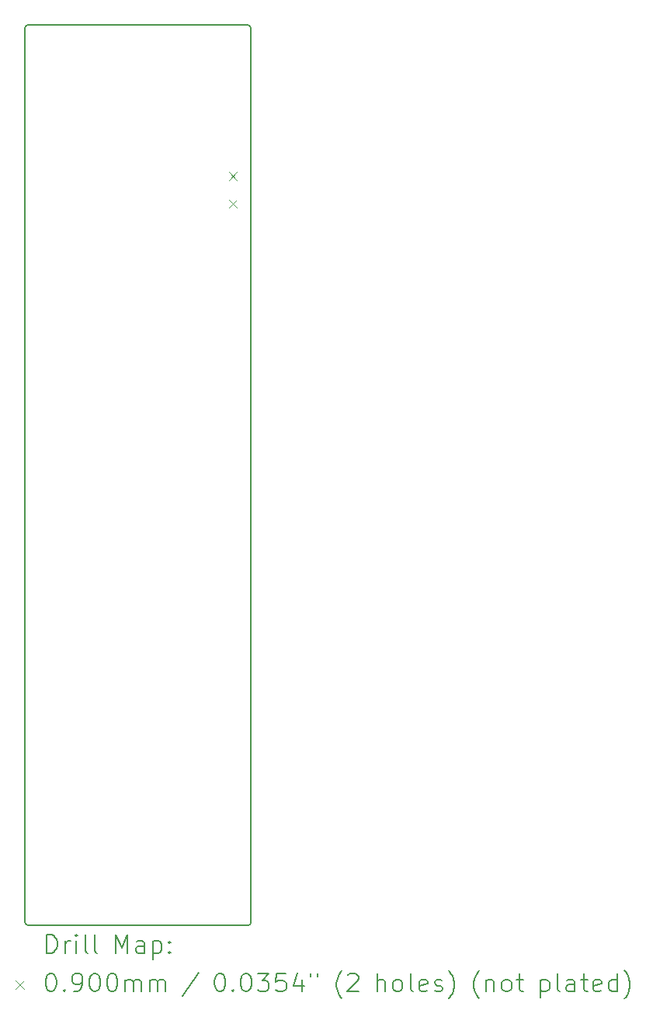
<source format=gbr>
%TF.GenerationSoftware,KiCad,Pcbnew,(7.0.0-0)*%
%TF.CreationDate,2023-07-17T23:39:10-05:00*%
%TF.ProjectId,speaker-SAO,73706561-6b65-4722-9d53-414f2e6b6963,rev?*%
%TF.SameCoordinates,Original*%
%TF.FileFunction,Drillmap*%
%TF.FilePolarity,Positive*%
%FSLAX45Y45*%
G04 Gerber Fmt 4.5, Leading zero omitted, Abs format (unit mm)*
G04 Created by KiCad (PCBNEW (7.0.0-0)) date 2023-07-17 23:39:10*
%MOMM*%
%LPD*%
G01*
G04 APERTURE LIST*
%ADD10C,0.150000*%
%ADD11C,0.200000*%
%ADD12C,0.090000*%
G04 APERTURE END LIST*
D10*
X4130000Y-15790000D02*
X6516716Y-15790000D01*
X6556716Y-6023953D02*
X6556716Y-15750000D01*
X4128284Y-5983284D02*
G75*
G03*
X4088284Y-6023284I-4J-39996D01*
G01*
X4090000Y-6023284D02*
X4090000Y-15750000D01*
X6516716Y-15789996D02*
G75*
G03*
X6556716Y-15750000I4J39996D01*
G01*
X6556716Y-6023953D02*
G75*
G03*
X6517372Y-5983284I-40006J663D01*
G01*
X4128284Y-5983284D02*
X6517372Y-5983284D01*
X4090000Y-15750000D02*
G75*
G03*
X4130000Y-15790000I40000J0D01*
G01*
D11*
D12*
X6315000Y-7585000D02*
X6405000Y-7675000D01*
X6405000Y-7585000D02*
X6315000Y-7675000D01*
X6315000Y-7885000D02*
X6405000Y-7975000D01*
X6405000Y-7885000D02*
X6315000Y-7975000D01*
D11*
X4328403Y-16090976D02*
X4328403Y-15890976D01*
X4328403Y-15890976D02*
X4376022Y-15890976D01*
X4376022Y-15890976D02*
X4404594Y-15900500D01*
X4404594Y-15900500D02*
X4423641Y-15919548D01*
X4423641Y-15919548D02*
X4433165Y-15938595D01*
X4433165Y-15938595D02*
X4442689Y-15976690D01*
X4442689Y-15976690D02*
X4442689Y-16005262D01*
X4442689Y-16005262D02*
X4433165Y-16043357D01*
X4433165Y-16043357D02*
X4423641Y-16062405D01*
X4423641Y-16062405D02*
X4404594Y-16081452D01*
X4404594Y-16081452D02*
X4376022Y-16090976D01*
X4376022Y-16090976D02*
X4328403Y-16090976D01*
X4528403Y-16090976D02*
X4528403Y-15957643D01*
X4528403Y-15995738D02*
X4537927Y-15976690D01*
X4537927Y-15976690D02*
X4547451Y-15967167D01*
X4547451Y-15967167D02*
X4566499Y-15957643D01*
X4566499Y-15957643D02*
X4585546Y-15957643D01*
X4652213Y-16090976D02*
X4652213Y-15957643D01*
X4652213Y-15890976D02*
X4642689Y-15900500D01*
X4642689Y-15900500D02*
X4652213Y-15910024D01*
X4652213Y-15910024D02*
X4661737Y-15900500D01*
X4661737Y-15900500D02*
X4652213Y-15890976D01*
X4652213Y-15890976D02*
X4652213Y-15910024D01*
X4776022Y-16090976D02*
X4756975Y-16081452D01*
X4756975Y-16081452D02*
X4747451Y-16062405D01*
X4747451Y-16062405D02*
X4747451Y-15890976D01*
X4880784Y-16090976D02*
X4861737Y-16081452D01*
X4861737Y-16081452D02*
X4852213Y-16062405D01*
X4852213Y-16062405D02*
X4852213Y-15890976D01*
X5076975Y-16090976D02*
X5076975Y-15890976D01*
X5076975Y-15890976D02*
X5143641Y-16033833D01*
X5143641Y-16033833D02*
X5210308Y-15890976D01*
X5210308Y-15890976D02*
X5210308Y-16090976D01*
X5391260Y-16090976D02*
X5391260Y-15986214D01*
X5391260Y-15986214D02*
X5381737Y-15967167D01*
X5381737Y-15967167D02*
X5362689Y-15957643D01*
X5362689Y-15957643D02*
X5324594Y-15957643D01*
X5324594Y-15957643D02*
X5305546Y-15967167D01*
X5391260Y-16081452D02*
X5372213Y-16090976D01*
X5372213Y-16090976D02*
X5324594Y-16090976D01*
X5324594Y-16090976D02*
X5305546Y-16081452D01*
X5305546Y-16081452D02*
X5296022Y-16062405D01*
X5296022Y-16062405D02*
X5296022Y-16043357D01*
X5296022Y-16043357D02*
X5305546Y-16024309D01*
X5305546Y-16024309D02*
X5324594Y-16014786D01*
X5324594Y-16014786D02*
X5372213Y-16014786D01*
X5372213Y-16014786D02*
X5391260Y-16005262D01*
X5486499Y-15957643D02*
X5486499Y-16157643D01*
X5486499Y-15967167D02*
X5505546Y-15957643D01*
X5505546Y-15957643D02*
X5543641Y-15957643D01*
X5543641Y-15957643D02*
X5562689Y-15967167D01*
X5562689Y-15967167D02*
X5572213Y-15976690D01*
X5572213Y-15976690D02*
X5581737Y-15995738D01*
X5581737Y-15995738D02*
X5581737Y-16052881D01*
X5581737Y-16052881D02*
X5572213Y-16071928D01*
X5572213Y-16071928D02*
X5562689Y-16081452D01*
X5562689Y-16081452D02*
X5543641Y-16090976D01*
X5543641Y-16090976D02*
X5505546Y-16090976D01*
X5505546Y-16090976D02*
X5486499Y-16081452D01*
X5667451Y-16071928D02*
X5676975Y-16081452D01*
X5676975Y-16081452D02*
X5667451Y-16090976D01*
X5667451Y-16090976D02*
X5657927Y-16081452D01*
X5657927Y-16081452D02*
X5667451Y-16071928D01*
X5667451Y-16071928D02*
X5667451Y-16090976D01*
X5667451Y-15967167D02*
X5676975Y-15976690D01*
X5676975Y-15976690D02*
X5667451Y-15986214D01*
X5667451Y-15986214D02*
X5657927Y-15976690D01*
X5657927Y-15976690D02*
X5667451Y-15967167D01*
X5667451Y-15967167D02*
X5667451Y-15986214D01*
D12*
X3990784Y-16392500D02*
X4080784Y-16482500D01*
X4080784Y-16392500D02*
X3990784Y-16482500D01*
D11*
X4366499Y-16310976D02*
X4385546Y-16310976D01*
X4385546Y-16310976D02*
X4404594Y-16320500D01*
X4404594Y-16320500D02*
X4414118Y-16330024D01*
X4414118Y-16330024D02*
X4423641Y-16349071D01*
X4423641Y-16349071D02*
X4433165Y-16387167D01*
X4433165Y-16387167D02*
X4433165Y-16434786D01*
X4433165Y-16434786D02*
X4423641Y-16472881D01*
X4423641Y-16472881D02*
X4414118Y-16491928D01*
X4414118Y-16491928D02*
X4404594Y-16501452D01*
X4404594Y-16501452D02*
X4385546Y-16510976D01*
X4385546Y-16510976D02*
X4366499Y-16510976D01*
X4366499Y-16510976D02*
X4347451Y-16501452D01*
X4347451Y-16501452D02*
X4337927Y-16491928D01*
X4337927Y-16491928D02*
X4328403Y-16472881D01*
X4328403Y-16472881D02*
X4318880Y-16434786D01*
X4318880Y-16434786D02*
X4318880Y-16387167D01*
X4318880Y-16387167D02*
X4328403Y-16349071D01*
X4328403Y-16349071D02*
X4337927Y-16330024D01*
X4337927Y-16330024D02*
X4347451Y-16320500D01*
X4347451Y-16320500D02*
X4366499Y-16310976D01*
X4518880Y-16491928D02*
X4528403Y-16501452D01*
X4528403Y-16501452D02*
X4518880Y-16510976D01*
X4518880Y-16510976D02*
X4509356Y-16501452D01*
X4509356Y-16501452D02*
X4518880Y-16491928D01*
X4518880Y-16491928D02*
X4518880Y-16510976D01*
X4623641Y-16510976D02*
X4661737Y-16510976D01*
X4661737Y-16510976D02*
X4680784Y-16501452D01*
X4680784Y-16501452D02*
X4690308Y-16491928D01*
X4690308Y-16491928D02*
X4709356Y-16463357D01*
X4709356Y-16463357D02*
X4718880Y-16425262D01*
X4718880Y-16425262D02*
X4718880Y-16349071D01*
X4718880Y-16349071D02*
X4709356Y-16330024D01*
X4709356Y-16330024D02*
X4699832Y-16320500D01*
X4699832Y-16320500D02*
X4680784Y-16310976D01*
X4680784Y-16310976D02*
X4642689Y-16310976D01*
X4642689Y-16310976D02*
X4623641Y-16320500D01*
X4623641Y-16320500D02*
X4614118Y-16330024D01*
X4614118Y-16330024D02*
X4604594Y-16349071D01*
X4604594Y-16349071D02*
X4604594Y-16396690D01*
X4604594Y-16396690D02*
X4614118Y-16415738D01*
X4614118Y-16415738D02*
X4623641Y-16425262D01*
X4623641Y-16425262D02*
X4642689Y-16434786D01*
X4642689Y-16434786D02*
X4680784Y-16434786D01*
X4680784Y-16434786D02*
X4699832Y-16425262D01*
X4699832Y-16425262D02*
X4709356Y-16415738D01*
X4709356Y-16415738D02*
X4718880Y-16396690D01*
X4842689Y-16310976D02*
X4861737Y-16310976D01*
X4861737Y-16310976D02*
X4880784Y-16320500D01*
X4880784Y-16320500D02*
X4890308Y-16330024D01*
X4890308Y-16330024D02*
X4899832Y-16349071D01*
X4899832Y-16349071D02*
X4909356Y-16387167D01*
X4909356Y-16387167D02*
X4909356Y-16434786D01*
X4909356Y-16434786D02*
X4899832Y-16472881D01*
X4899832Y-16472881D02*
X4890308Y-16491928D01*
X4890308Y-16491928D02*
X4880784Y-16501452D01*
X4880784Y-16501452D02*
X4861737Y-16510976D01*
X4861737Y-16510976D02*
X4842689Y-16510976D01*
X4842689Y-16510976D02*
X4823641Y-16501452D01*
X4823641Y-16501452D02*
X4814118Y-16491928D01*
X4814118Y-16491928D02*
X4804594Y-16472881D01*
X4804594Y-16472881D02*
X4795070Y-16434786D01*
X4795070Y-16434786D02*
X4795070Y-16387167D01*
X4795070Y-16387167D02*
X4804594Y-16349071D01*
X4804594Y-16349071D02*
X4814118Y-16330024D01*
X4814118Y-16330024D02*
X4823641Y-16320500D01*
X4823641Y-16320500D02*
X4842689Y-16310976D01*
X5033165Y-16310976D02*
X5052213Y-16310976D01*
X5052213Y-16310976D02*
X5071261Y-16320500D01*
X5071261Y-16320500D02*
X5080784Y-16330024D01*
X5080784Y-16330024D02*
X5090308Y-16349071D01*
X5090308Y-16349071D02*
X5099832Y-16387167D01*
X5099832Y-16387167D02*
X5099832Y-16434786D01*
X5099832Y-16434786D02*
X5090308Y-16472881D01*
X5090308Y-16472881D02*
X5080784Y-16491928D01*
X5080784Y-16491928D02*
X5071261Y-16501452D01*
X5071261Y-16501452D02*
X5052213Y-16510976D01*
X5052213Y-16510976D02*
X5033165Y-16510976D01*
X5033165Y-16510976D02*
X5014118Y-16501452D01*
X5014118Y-16501452D02*
X5004594Y-16491928D01*
X5004594Y-16491928D02*
X4995070Y-16472881D01*
X4995070Y-16472881D02*
X4985546Y-16434786D01*
X4985546Y-16434786D02*
X4985546Y-16387167D01*
X4985546Y-16387167D02*
X4995070Y-16349071D01*
X4995070Y-16349071D02*
X5004594Y-16330024D01*
X5004594Y-16330024D02*
X5014118Y-16320500D01*
X5014118Y-16320500D02*
X5033165Y-16310976D01*
X5185546Y-16510976D02*
X5185546Y-16377643D01*
X5185546Y-16396690D02*
X5195070Y-16387167D01*
X5195070Y-16387167D02*
X5214118Y-16377643D01*
X5214118Y-16377643D02*
X5242689Y-16377643D01*
X5242689Y-16377643D02*
X5261737Y-16387167D01*
X5261737Y-16387167D02*
X5271261Y-16406214D01*
X5271261Y-16406214D02*
X5271261Y-16510976D01*
X5271261Y-16406214D02*
X5280784Y-16387167D01*
X5280784Y-16387167D02*
X5299832Y-16377643D01*
X5299832Y-16377643D02*
X5328403Y-16377643D01*
X5328403Y-16377643D02*
X5347451Y-16387167D01*
X5347451Y-16387167D02*
X5356975Y-16406214D01*
X5356975Y-16406214D02*
X5356975Y-16510976D01*
X5452213Y-16510976D02*
X5452213Y-16377643D01*
X5452213Y-16396690D02*
X5461737Y-16387167D01*
X5461737Y-16387167D02*
X5480784Y-16377643D01*
X5480784Y-16377643D02*
X5509356Y-16377643D01*
X5509356Y-16377643D02*
X5528403Y-16387167D01*
X5528403Y-16387167D02*
X5537927Y-16406214D01*
X5537927Y-16406214D02*
X5537927Y-16510976D01*
X5537927Y-16406214D02*
X5547451Y-16387167D01*
X5547451Y-16387167D02*
X5566499Y-16377643D01*
X5566499Y-16377643D02*
X5595070Y-16377643D01*
X5595070Y-16377643D02*
X5614118Y-16387167D01*
X5614118Y-16387167D02*
X5623641Y-16406214D01*
X5623641Y-16406214D02*
X5623641Y-16510976D01*
X5981737Y-16301452D02*
X5810308Y-16558595D01*
X6206499Y-16310976D02*
X6225546Y-16310976D01*
X6225546Y-16310976D02*
X6244594Y-16320500D01*
X6244594Y-16320500D02*
X6254118Y-16330024D01*
X6254118Y-16330024D02*
X6263641Y-16349071D01*
X6263641Y-16349071D02*
X6273165Y-16387167D01*
X6273165Y-16387167D02*
X6273165Y-16434786D01*
X6273165Y-16434786D02*
X6263641Y-16472881D01*
X6263641Y-16472881D02*
X6254118Y-16491928D01*
X6254118Y-16491928D02*
X6244594Y-16501452D01*
X6244594Y-16501452D02*
X6225546Y-16510976D01*
X6225546Y-16510976D02*
X6206499Y-16510976D01*
X6206499Y-16510976D02*
X6187451Y-16501452D01*
X6187451Y-16501452D02*
X6177927Y-16491928D01*
X6177927Y-16491928D02*
X6168403Y-16472881D01*
X6168403Y-16472881D02*
X6158880Y-16434786D01*
X6158880Y-16434786D02*
X6158880Y-16387167D01*
X6158880Y-16387167D02*
X6168403Y-16349071D01*
X6168403Y-16349071D02*
X6177927Y-16330024D01*
X6177927Y-16330024D02*
X6187451Y-16320500D01*
X6187451Y-16320500D02*
X6206499Y-16310976D01*
X6358880Y-16491928D02*
X6368403Y-16501452D01*
X6368403Y-16501452D02*
X6358880Y-16510976D01*
X6358880Y-16510976D02*
X6349356Y-16501452D01*
X6349356Y-16501452D02*
X6358880Y-16491928D01*
X6358880Y-16491928D02*
X6358880Y-16510976D01*
X6492213Y-16310976D02*
X6511261Y-16310976D01*
X6511261Y-16310976D02*
X6530308Y-16320500D01*
X6530308Y-16320500D02*
X6539832Y-16330024D01*
X6539832Y-16330024D02*
X6549356Y-16349071D01*
X6549356Y-16349071D02*
X6558880Y-16387167D01*
X6558880Y-16387167D02*
X6558880Y-16434786D01*
X6558880Y-16434786D02*
X6549356Y-16472881D01*
X6549356Y-16472881D02*
X6539832Y-16491928D01*
X6539832Y-16491928D02*
X6530308Y-16501452D01*
X6530308Y-16501452D02*
X6511261Y-16510976D01*
X6511261Y-16510976D02*
X6492213Y-16510976D01*
X6492213Y-16510976D02*
X6473165Y-16501452D01*
X6473165Y-16501452D02*
X6463641Y-16491928D01*
X6463641Y-16491928D02*
X6454118Y-16472881D01*
X6454118Y-16472881D02*
X6444594Y-16434786D01*
X6444594Y-16434786D02*
X6444594Y-16387167D01*
X6444594Y-16387167D02*
X6454118Y-16349071D01*
X6454118Y-16349071D02*
X6463641Y-16330024D01*
X6463641Y-16330024D02*
X6473165Y-16320500D01*
X6473165Y-16320500D02*
X6492213Y-16310976D01*
X6625546Y-16310976D02*
X6749356Y-16310976D01*
X6749356Y-16310976D02*
X6682689Y-16387167D01*
X6682689Y-16387167D02*
X6711261Y-16387167D01*
X6711261Y-16387167D02*
X6730308Y-16396690D01*
X6730308Y-16396690D02*
X6739832Y-16406214D01*
X6739832Y-16406214D02*
X6749356Y-16425262D01*
X6749356Y-16425262D02*
X6749356Y-16472881D01*
X6749356Y-16472881D02*
X6739832Y-16491928D01*
X6739832Y-16491928D02*
X6730308Y-16501452D01*
X6730308Y-16501452D02*
X6711261Y-16510976D01*
X6711261Y-16510976D02*
X6654118Y-16510976D01*
X6654118Y-16510976D02*
X6635070Y-16501452D01*
X6635070Y-16501452D02*
X6625546Y-16491928D01*
X6930308Y-16310976D02*
X6835070Y-16310976D01*
X6835070Y-16310976D02*
X6825546Y-16406214D01*
X6825546Y-16406214D02*
X6835070Y-16396690D01*
X6835070Y-16396690D02*
X6854118Y-16387167D01*
X6854118Y-16387167D02*
X6901737Y-16387167D01*
X6901737Y-16387167D02*
X6920784Y-16396690D01*
X6920784Y-16396690D02*
X6930308Y-16406214D01*
X6930308Y-16406214D02*
X6939832Y-16425262D01*
X6939832Y-16425262D02*
X6939832Y-16472881D01*
X6939832Y-16472881D02*
X6930308Y-16491928D01*
X6930308Y-16491928D02*
X6920784Y-16501452D01*
X6920784Y-16501452D02*
X6901737Y-16510976D01*
X6901737Y-16510976D02*
X6854118Y-16510976D01*
X6854118Y-16510976D02*
X6835070Y-16501452D01*
X6835070Y-16501452D02*
X6825546Y-16491928D01*
X7111261Y-16377643D02*
X7111261Y-16510976D01*
X7063641Y-16301452D02*
X7016022Y-16444309D01*
X7016022Y-16444309D02*
X7139832Y-16444309D01*
X7206499Y-16310976D02*
X7206499Y-16349071D01*
X7282689Y-16310976D02*
X7282689Y-16349071D01*
X7545546Y-16587167D02*
X7536022Y-16577643D01*
X7536022Y-16577643D02*
X7516975Y-16549071D01*
X7516975Y-16549071D02*
X7507451Y-16530024D01*
X7507451Y-16530024D02*
X7497927Y-16501452D01*
X7497927Y-16501452D02*
X7488403Y-16453833D01*
X7488403Y-16453833D02*
X7488403Y-16415738D01*
X7488403Y-16415738D02*
X7497927Y-16368119D01*
X7497927Y-16368119D02*
X7507451Y-16339548D01*
X7507451Y-16339548D02*
X7516975Y-16320500D01*
X7516975Y-16320500D02*
X7536022Y-16291928D01*
X7536022Y-16291928D02*
X7545546Y-16282405D01*
X7612213Y-16330024D02*
X7621737Y-16320500D01*
X7621737Y-16320500D02*
X7640784Y-16310976D01*
X7640784Y-16310976D02*
X7688403Y-16310976D01*
X7688403Y-16310976D02*
X7707451Y-16320500D01*
X7707451Y-16320500D02*
X7716975Y-16330024D01*
X7716975Y-16330024D02*
X7726499Y-16349071D01*
X7726499Y-16349071D02*
X7726499Y-16368119D01*
X7726499Y-16368119D02*
X7716975Y-16396690D01*
X7716975Y-16396690D02*
X7602689Y-16510976D01*
X7602689Y-16510976D02*
X7726499Y-16510976D01*
X7932213Y-16510976D02*
X7932213Y-16310976D01*
X8017927Y-16510976D02*
X8017927Y-16406214D01*
X8017927Y-16406214D02*
X8008403Y-16387167D01*
X8008403Y-16387167D02*
X7989356Y-16377643D01*
X7989356Y-16377643D02*
X7960784Y-16377643D01*
X7960784Y-16377643D02*
X7941737Y-16387167D01*
X7941737Y-16387167D02*
X7932213Y-16396690D01*
X8141737Y-16510976D02*
X8122689Y-16501452D01*
X8122689Y-16501452D02*
X8113165Y-16491928D01*
X8113165Y-16491928D02*
X8103642Y-16472881D01*
X8103642Y-16472881D02*
X8103642Y-16415738D01*
X8103642Y-16415738D02*
X8113165Y-16396690D01*
X8113165Y-16396690D02*
X8122689Y-16387167D01*
X8122689Y-16387167D02*
X8141737Y-16377643D01*
X8141737Y-16377643D02*
X8170308Y-16377643D01*
X8170308Y-16377643D02*
X8189356Y-16387167D01*
X8189356Y-16387167D02*
X8198880Y-16396690D01*
X8198880Y-16396690D02*
X8208403Y-16415738D01*
X8208403Y-16415738D02*
X8208403Y-16472881D01*
X8208403Y-16472881D02*
X8198880Y-16491928D01*
X8198880Y-16491928D02*
X8189356Y-16501452D01*
X8189356Y-16501452D02*
X8170308Y-16510976D01*
X8170308Y-16510976D02*
X8141737Y-16510976D01*
X8322689Y-16510976D02*
X8303642Y-16501452D01*
X8303642Y-16501452D02*
X8294118Y-16482405D01*
X8294118Y-16482405D02*
X8294118Y-16310976D01*
X8475070Y-16501452D02*
X8456023Y-16510976D01*
X8456023Y-16510976D02*
X8417927Y-16510976D01*
X8417927Y-16510976D02*
X8398880Y-16501452D01*
X8398880Y-16501452D02*
X8389356Y-16482405D01*
X8389356Y-16482405D02*
X8389356Y-16406214D01*
X8389356Y-16406214D02*
X8398880Y-16387167D01*
X8398880Y-16387167D02*
X8417927Y-16377643D01*
X8417927Y-16377643D02*
X8456023Y-16377643D01*
X8456023Y-16377643D02*
X8475070Y-16387167D01*
X8475070Y-16387167D02*
X8484594Y-16406214D01*
X8484594Y-16406214D02*
X8484594Y-16425262D01*
X8484594Y-16425262D02*
X8389356Y-16444309D01*
X8560785Y-16501452D02*
X8579832Y-16510976D01*
X8579832Y-16510976D02*
X8617927Y-16510976D01*
X8617927Y-16510976D02*
X8636975Y-16501452D01*
X8636975Y-16501452D02*
X8646499Y-16482405D01*
X8646499Y-16482405D02*
X8646499Y-16472881D01*
X8646499Y-16472881D02*
X8636975Y-16453833D01*
X8636975Y-16453833D02*
X8617927Y-16444309D01*
X8617927Y-16444309D02*
X8589356Y-16444309D01*
X8589356Y-16444309D02*
X8570308Y-16434786D01*
X8570308Y-16434786D02*
X8560785Y-16415738D01*
X8560785Y-16415738D02*
X8560785Y-16406214D01*
X8560785Y-16406214D02*
X8570308Y-16387167D01*
X8570308Y-16387167D02*
X8589356Y-16377643D01*
X8589356Y-16377643D02*
X8617927Y-16377643D01*
X8617927Y-16377643D02*
X8636975Y-16387167D01*
X8713166Y-16587167D02*
X8722689Y-16577643D01*
X8722689Y-16577643D02*
X8741737Y-16549071D01*
X8741737Y-16549071D02*
X8751261Y-16530024D01*
X8751261Y-16530024D02*
X8760785Y-16501452D01*
X8760785Y-16501452D02*
X8770308Y-16453833D01*
X8770308Y-16453833D02*
X8770308Y-16415738D01*
X8770308Y-16415738D02*
X8760785Y-16368119D01*
X8760785Y-16368119D02*
X8751261Y-16339548D01*
X8751261Y-16339548D02*
X8741737Y-16320500D01*
X8741737Y-16320500D02*
X8722689Y-16291928D01*
X8722689Y-16291928D02*
X8713166Y-16282405D01*
X9042689Y-16587167D02*
X9033165Y-16577643D01*
X9033165Y-16577643D02*
X9014118Y-16549071D01*
X9014118Y-16549071D02*
X9004594Y-16530024D01*
X9004594Y-16530024D02*
X8995070Y-16501452D01*
X8995070Y-16501452D02*
X8985546Y-16453833D01*
X8985546Y-16453833D02*
X8985546Y-16415738D01*
X8985546Y-16415738D02*
X8995070Y-16368119D01*
X8995070Y-16368119D02*
X9004594Y-16339548D01*
X9004594Y-16339548D02*
X9014118Y-16320500D01*
X9014118Y-16320500D02*
X9033165Y-16291928D01*
X9033165Y-16291928D02*
X9042689Y-16282405D01*
X9118880Y-16377643D02*
X9118880Y-16510976D01*
X9118880Y-16396690D02*
X9128404Y-16387167D01*
X9128404Y-16387167D02*
X9147451Y-16377643D01*
X9147451Y-16377643D02*
X9176023Y-16377643D01*
X9176023Y-16377643D02*
X9195070Y-16387167D01*
X9195070Y-16387167D02*
X9204594Y-16406214D01*
X9204594Y-16406214D02*
X9204594Y-16510976D01*
X9328404Y-16510976D02*
X9309356Y-16501452D01*
X9309356Y-16501452D02*
X9299832Y-16491928D01*
X9299832Y-16491928D02*
X9290308Y-16472881D01*
X9290308Y-16472881D02*
X9290308Y-16415738D01*
X9290308Y-16415738D02*
X9299832Y-16396690D01*
X9299832Y-16396690D02*
X9309356Y-16387167D01*
X9309356Y-16387167D02*
X9328404Y-16377643D01*
X9328404Y-16377643D02*
X9356975Y-16377643D01*
X9356975Y-16377643D02*
X9376023Y-16387167D01*
X9376023Y-16387167D02*
X9385546Y-16396690D01*
X9385546Y-16396690D02*
X9395070Y-16415738D01*
X9395070Y-16415738D02*
X9395070Y-16472881D01*
X9395070Y-16472881D02*
X9385546Y-16491928D01*
X9385546Y-16491928D02*
X9376023Y-16501452D01*
X9376023Y-16501452D02*
X9356975Y-16510976D01*
X9356975Y-16510976D02*
X9328404Y-16510976D01*
X9452213Y-16377643D02*
X9528404Y-16377643D01*
X9480785Y-16310976D02*
X9480785Y-16482405D01*
X9480785Y-16482405D02*
X9490308Y-16501452D01*
X9490308Y-16501452D02*
X9509356Y-16510976D01*
X9509356Y-16510976D02*
X9528404Y-16510976D01*
X9715070Y-16377643D02*
X9715070Y-16577643D01*
X9715070Y-16387167D02*
X9734118Y-16377643D01*
X9734118Y-16377643D02*
X9772213Y-16377643D01*
X9772213Y-16377643D02*
X9791261Y-16387167D01*
X9791261Y-16387167D02*
X9800785Y-16396690D01*
X9800785Y-16396690D02*
X9810308Y-16415738D01*
X9810308Y-16415738D02*
X9810308Y-16472881D01*
X9810308Y-16472881D02*
X9800785Y-16491928D01*
X9800785Y-16491928D02*
X9791261Y-16501452D01*
X9791261Y-16501452D02*
X9772213Y-16510976D01*
X9772213Y-16510976D02*
X9734118Y-16510976D01*
X9734118Y-16510976D02*
X9715070Y-16501452D01*
X9924594Y-16510976D02*
X9905546Y-16501452D01*
X9905546Y-16501452D02*
X9896023Y-16482405D01*
X9896023Y-16482405D02*
X9896023Y-16310976D01*
X10086499Y-16510976D02*
X10086499Y-16406214D01*
X10086499Y-16406214D02*
X10076975Y-16387167D01*
X10076975Y-16387167D02*
X10057927Y-16377643D01*
X10057927Y-16377643D02*
X10019832Y-16377643D01*
X10019832Y-16377643D02*
X10000785Y-16387167D01*
X10086499Y-16501452D02*
X10067451Y-16510976D01*
X10067451Y-16510976D02*
X10019832Y-16510976D01*
X10019832Y-16510976D02*
X10000785Y-16501452D01*
X10000785Y-16501452D02*
X9991261Y-16482405D01*
X9991261Y-16482405D02*
X9991261Y-16463357D01*
X9991261Y-16463357D02*
X10000785Y-16444309D01*
X10000785Y-16444309D02*
X10019832Y-16434786D01*
X10019832Y-16434786D02*
X10067451Y-16434786D01*
X10067451Y-16434786D02*
X10086499Y-16425262D01*
X10153166Y-16377643D02*
X10229356Y-16377643D01*
X10181737Y-16310976D02*
X10181737Y-16482405D01*
X10181737Y-16482405D02*
X10191261Y-16501452D01*
X10191261Y-16501452D02*
X10210308Y-16510976D01*
X10210308Y-16510976D02*
X10229356Y-16510976D01*
X10372213Y-16501452D02*
X10353166Y-16510976D01*
X10353166Y-16510976D02*
X10315070Y-16510976D01*
X10315070Y-16510976D02*
X10296023Y-16501452D01*
X10296023Y-16501452D02*
X10286499Y-16482405D01*
X10286499Y-16482405D02*
X10286499Y-16406214D01*
X10286499Y-16406214D02*
X10296023Y-16387167D01*
X10296023Y-16387167D02*
X10315070Y-16377643D01*
X10315070Y-16377643D02*
X10353166Y-16377643D01*
X10353166Y-16377643D02*
X10372213Y-16387167D01*
X10372213Y-16387167D02*
X10381737Y-16406214D01*
X10381737Y-16406214D02*
X10381737Y-16425262D01*
X10381737Y-16425262D02*
X10286499Y-16444309D01*
X10553166Y-16510976D02*
X10553166Y-16310976D01*
X10553166Y-16501452D02*
X10534118Y-16510976D01*
X10534118Y-16510976D02*
X10496023Y-16510976D01*
X10496023Y-16510976D02*
X10476975Y-16501452D01*
X10476975Y-16501452D02*
X10467451Y-16491928D01*
X10467451Y-16491928D02*
X10457927Y-16472881D01*
X10457927Y-16472881D02*
X10457927Y-16415738D01*
X10457927Y-16415738D02*
X10467451Y-16396690D01*
X10467451Y-16396690D02*
X10476975Y-16387167D01*
X10476975Y-16387167D02*
X10496023Y-16377643D01*
X10496023Y-16377643D02*
X10534118Y-16377643D01*
X10534118Y-16377643D02*
X10553166Y-16387167D01*
X10629356Y-16587167D02*
X10638880Y-16577643D01*
X10638880Y-16577643D02*
X10657927Y-16549071D01*
X10657927Y-16549071D02*
X10667451Y-16530024D01*
X10667451Y-16530024D02*
X10676975Y-16501452D01*
X10676975Y-16501452D02*
X10686499Y-16453833D01*
X10686499Y-16453833D02*
X10686499Y-16415738D01*
X10686499Y-16415738D02*
X10676975Y-16368119D01*
X10676975Y-16368119D02*
X10667451Y-16339548D01*
X10667451Y-16339548D02*
X10657927Y-16320500D01*
X10657927Y-16320500D02*
X10638880Y-16291928D01*
X10638880Y-16291928D02*
X10629356Y-16282405D01*
M02*

</source>
